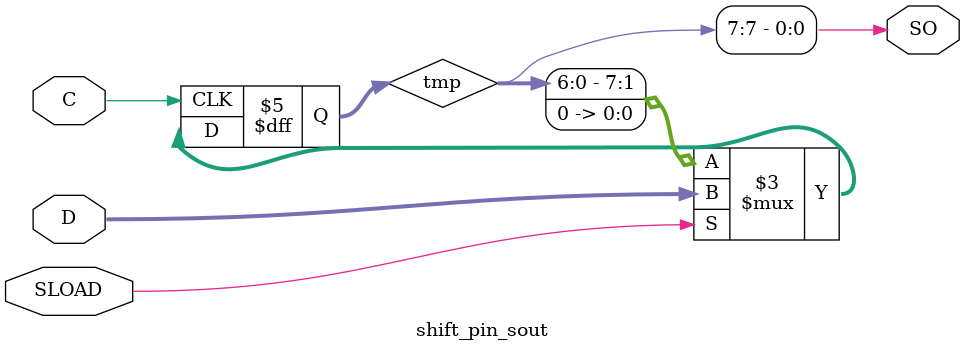
<source format=v>
`timescale 1ns / 1ps
module shift_pin_sout(C, SLOAD, D, SO); 
input  C,SLOAD; 
input [7:0] D; 
output SO; 
reg [7:0] tmp; 
 
  always @(posedge C) 
  begin 
    if (SLOAD) 
      tmp = D; 
    else 
      begin 
        tmp = {tmp[6:0], 1'b0}; 
      end 
  end 
  assign SO  = tmp[7]; 
endmodule 

</source>
